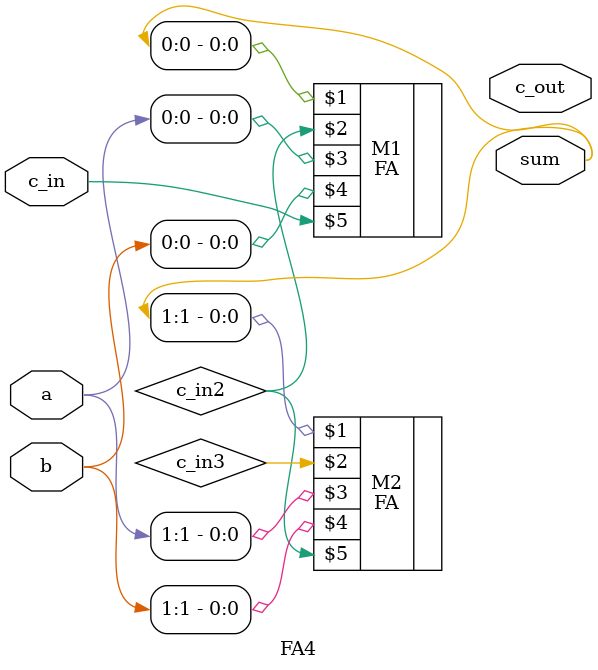
<source format=v>
module FA4 (sum, c_out, a, b, c_in);
  output [3: 0] 	sum;
  output 		c_out;
  input 	[3: 0] 	a, b;
  input 		c_in;
  wire 		c_in2, c_in3, c_in4;

  FA M1 (sum[0], 	c_in2,	a[0], b[0], c_in);
  FA M2 (sum[1], 	c_in3, 	a[1], b[1], c_in2);
//  FA M3 (sum[2], 	c_in4, 	a[2], b[2], c_in3);
//  FA M4 (sum[3], 	c_out, 	a[3], b[3], c_in4);
endmodule 

</source>
